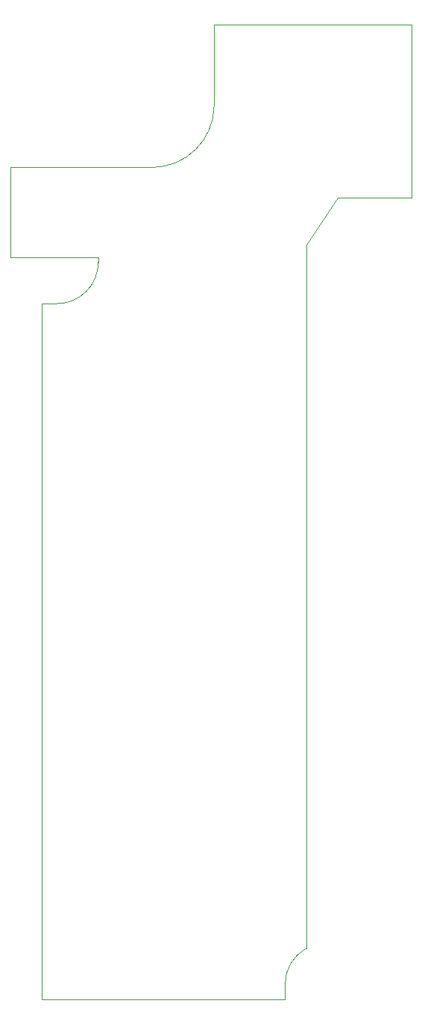
<source format=gbr>
%TF.GenerationSoftware,KiCad,Pcbnew,(5.1.7)-1*%
%TF.CreationDate,2020-11-25T00:45:14-08:00*%
%TF.ProjectId,eskate_remote,65736b61-7465-45f7-9265-6d6f74652e6b,rev?*%
%TF.SameCoordinates,Original*%
%TF.FileFunction,Profile,NP*%
%FSLAX46Y46*%
G04 Gerber Fmt 4.6, Leading zero omitted, Abs format (unit mm)*
G04 Created by KiCad (PCBNEW (5.1.7)-1) date 2020-11-25 00:45:14*
%MOMM*%
%LPD*%
G01*
G04 APERTURE LIST*
%TA.AperFunction,Profile*%
%ADD10C,0.050000*%
%TD*%
G04 APERTURE END LIST*
D10*
X96400000Y-55550000D02*
X96400000Y-65750000D01*
X106400000Y-55550000D02*
X96400000Y-55550000D01*
X106400000Y-65750000D02*
X96400000Y-65750000D01*
X106400000Y-66314000D02*
X106400000Y-65750000D01*
X142000000Y-59000000D02*
X142000000Y-39350000D01*
X133583000Y-59000000D02*
X142000000Y-59000000D01*
X130000000Y-64314000D02*
X133583000Y-59000000D01*
X119550000Y-39350000D02*
X142000000Y-39350000D01*
X119550000Y-48500000D02*
G75*
G02*
X112500000Y-55550000I-7050000J0D01*
G01*
X119550000Y-48500000D02*
X119550000Y-39350000D01*
X106400000Y-55550000D02*
X112500000Y-55550000D01*
X106400000Y-66314000D02*
G75*
G02*
X101700000Y-71014000I-4700000J0D01*
G01*
X100000000Y-71014000D02*
X101700000Y-71014000D01*
X127599810Y-148300000D02*
G75*
G02*
X130000001Y-144201001I4700190J0D01*
G01*
X130000000Y-144201000D02*
X130000000Y-64314000D01*
X127600000Y-150000000D02*
X127600000Y-148300000D01*
X100000000Y-150000000D02*
X127600000Y-150000000D01*
X100000000Y-150000000D02*
X100000000Y-71014000D01*
M02*

</source>
